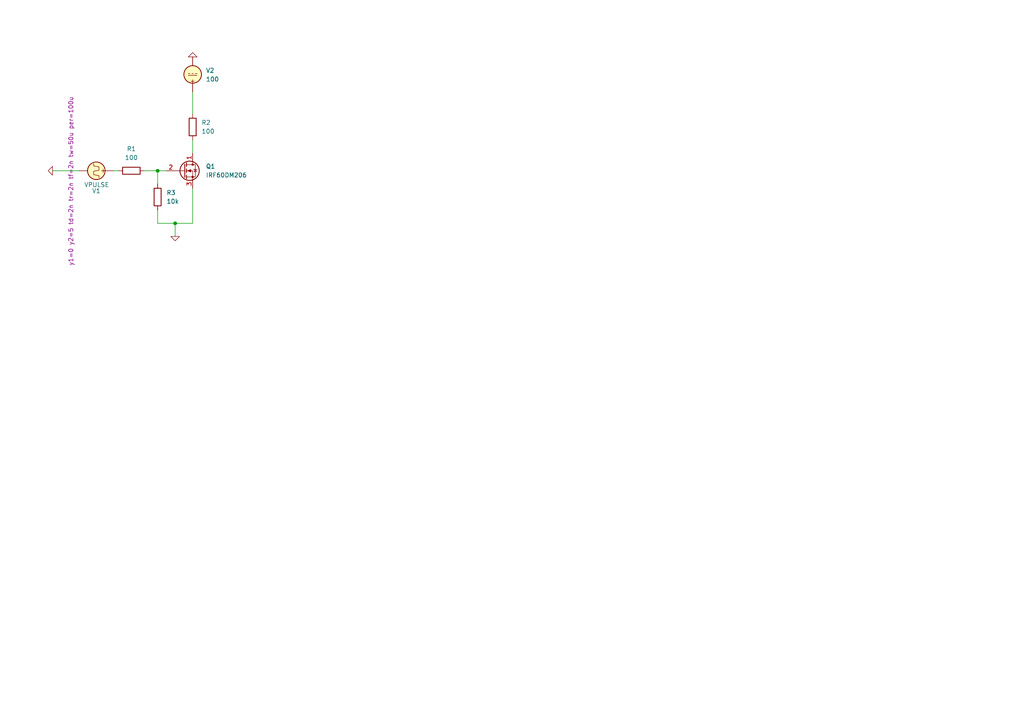
<source format=kicad_sch>
(kicad_sch (version 20231120) (generator "eeschema") (generator_version "8.0")
  (paper "A4")
  (lib_symbols
    (symbol "Device:R" (pin_numbers hide) (pin_names (offset 0))
      (property "Reference" "R" (at 2.032 0 90))
      (property "Value" "R" (at 0 0 90))
      (symbol "R_0_1"
        (rectangle (start -1.016 -2.54) (end 1.016 2.54) (stroke (width 0.254)))
      )
      (symbol "R_1_1"
        (pin passive line (at 0 3.81 270) (length 1.27) (name "~") (number "1"))
        (pin passive line (at 0 -3.81 90) (length 1.27) (name "~") (number "2"))
      )
    )
    (symbol "Simulation_SPICE:0" (power) (pin_numbers hide) (pin_names (offset 0) hide)
      (property "Value" "0" (at 0 -2.54 0))
      (symbol "0_0_1"
        (polyline (pts (xy -1.27 0) (xy 0 -1.27) (xy 1.27 0) (xy -1.27 0)))
      )
      (symbol "0_1_1"
        (pin power_in line (at 0 0 0) (length 0) (name "~") (number "1"))
      )
    )
    (symbol "Simulation_SPICE:VDC" (pin_numbers hide) (pin_names (offset 0.0254))
      (property "Reference" "V" (at 2.54 2.54 0))
      (property "Value" "1" (at 2.54 0 0))
      (symbol "VDC_0_0"
        (polyline (pts (xy -1.27 0.254) (xy 1.27 0.254)))
        (polyline (pts (xy -0.762 -0.254) (xy -1.27 -0.254)))
        (polyline (pts (xy 0.254 -0.254) (xy -0.254 -0.254)))
        (polyline (pts (xy 1.27 -0.254) (xy 0.762 -0.254)))
        (text "+" (at 0 1.905 0) (effects (font (size 1.27 1.27))))
      )
      (symbol "VDC_0_1"
        (circle (center 0 0) (radius 2.54) (stroke (width 0.254)) (fill (type background)))
      )
      (symbol "VDC_1_1"
        (pin passive line (at 0 5.08 270) (length 2.54) (name "~") (number "1"))
        (pin passive line (at 0 -5.08 90) (length 2.54) (name "~") (number "2"))
      )
    )
    (symbol "Simulation_SPICE:VPULSE" (pin_numbers hide) (pin_names (offset 0.0254))
      (property "Reference" "V" (at 2.54 2.54 0))
      (property "Value" "VPULSE" (at 2.54 0 0))
      (property "Sim.Params" "y1=0 y2=1 td=2n tr=2n tf=2n tw=50n per=100n" (at 2.54 -2.54 0))
      (symbol "VPULSE_0_0"
        (polyline (pts (xy -2.032 -0.762) (xy -1.397 -0.762) (xy -1.143 0.762) (xy -0.127 0.762) (xy 0.127 -0.762) (xy 1.143 -0.762) (xy 1.397 0.762) (xy 2.032 0.762)))
        (text "+" (at 0 1.905 0) (effects (font (size 1.27 1.27))))
      )
      (symbol "VPULSE_0_1"
        (circle (center 0 0) (radius 2.54) (stroke (width 0.254)) (fill (type background)))
      )
      (symbol "VPULSE_1_1"
        (pin passive line (at 0 5.08 270) (length 2.54) (name "~") (number "1"))
        (pin passive line (at 0 -5.08 90) (length 2.54) (name "~") (number "2"))
      )
    )
    (symbol "Transistor_FET:IRF60DM206" (pin_names hide)
      (property "Reference" "Q" (at 5.08 1.905 0))
      (property "Value" "IRF60DM206" (at 5.08 0 0))
      (symbol "IRF60DM206_0_1"
        (polyline (pts (xy 0.254 0) (xy -2.54 0)))
        (polyline (pts (xy 0.254 1.905) (xy 0.254 -1.905)) (stroke (width 0.254)))
        (polyline (pts (xy 0.762 -1.27) (xy 0.762 -2.286)) (stroke (width 0.254)))
        (polyline (pts (xy 0.762 0.508) (xy 0.762 -0.508)) (stroke (width 0.254)))
        (polyline (pts (xy 0.762 2.286) (xy 0.762 1.27)) (stroke (width 0.254)))
        (polyline (pts (xy 2.54 2.54) (xy 2.54 1.778)))
        (polyline (pts (xy 2.54 -2.54) (xy 2.54 0) (xy 0.762 0)))
        (polyline (pts (xy 0.762 -1.778) (xy 3.302 -1.778) (xy 3.302 1.778) (xy 0.762 1.778)))
        (polyline (pts (xy 1.016 0) (xy 2.032 0.381) (xy 2.032 -0.381) (xy 1.016 0)) (fill (type outline)))
        (polyline (pts (xy 2.794 0.508) (xy 2.921 0.381) (xy 3.683 0.381) (xy 3.81 0.254)))
        (polyline (pts (xy 3.302 0.381) (xy 2.921 -0.254) (xy 3.683 -0.254) (xy 3.302 0.381)))
        (circle (center 1.651 0) (radius 2.794) (stroke (width 0.254)))
        (circle (center 2.54 -1.778) (radius 0.254) (fill (type outline)))
        (circle (center 2.54 1.778) (radius 0.254) (fill (type outline)))
      )
      (symbol "IRF60DM206_1_1"
        (pin passive line (at 2.54 5.08 270) (length 2.54) (name "D") (number "1"))
        (pin input line (at -5.08 0 0) (length 2.54) (name "G") (number "2"))
        (pin passive line (at 2.54 -5.08 90) (length 2.54) (name "S") (number "3"))
      )
    )
  )
  (junction (at 45.72 49.53))
  (junction (at 50.8 64.77))
  (wire (pts (xy 45.72 53.34) (xy 45.72 49.53)))
  (wire (pts (xy 45.72 60.96) (xy 45.72 64.77)))
  (wire (pts (xy 41.91 49.53) (xy 45.72 49.53)))
  (wire (pts (xy 33.02 49.53) (xy 34.29 49.53)))
  (wire (pts (xy 50.8 64.77) (xy 55.88 64.77)))
  (wire (pts (xy 55.88 40.64) (xy 55.88 44.45)))
  (wire (pts (xy 45.72 64.77) (xy 50.8 64.77)))
  (wire (pts (xy 45.72 49.53) (xy 48.26 49.53)))
  (wire (pts (xy 55.88 54.61) (xy 55.88 64.77)))
  (wire (pts (xy 15.24 49.53) (xy 22.86 49.53)))
  (wire (pts (xy 55.88 26.67) (xy 55.88 33.02)))
  (wire (pts (xy 50.8 64.77) (xy 50.8 68.58)))
  (symbol (lib_id "Simulation_SPICE:0") (at 55.88 16.51 180) (unit 1)
    (property "Reference" "#GND03" (effects (hide yes)))
    (property "Value" "0" (effects (hide yes)))
    (property "Datasheet" "https://ngspice.sourceforge.io/docs/ngspice-html-manual/manual.xhtml#subsec_Circuit_elements__device" (effects (hide yes)))
    (property "Description" "0V reference potential for simulation" (effects (hide yes)))
  )
  (symbol (lib_id "Simulation_SPICE:0") (at 50.8 68.58 0) (unit 1)
    (property "Reference" "#GND01" (effects (hide yes)))
    (property "Value" "0" (effects (hide yes)))
    (property "Datasheet" "https://ngspice.sourceforge.io/docs/ngspice-html-manual/manual.xhtml#subsec_Circuit_elements__device" (effects (hide yes)))
    (property "Description" "0V reference potential for simulation" (effects (hide yes)))
  )
  (symbol (lib_id "Simulation_SPICE:0") (at 15.24 49.53 270) (unit 1)
    (property "Reference" "#GND02" (effects (hide yes)))
    (property "Value" "0" (effects (hide yes)))
    (property "Datasheet" "https://ngspice.sourceforge.io/docs/ngspice-html-manual/manual.xhtml#subsec_Circuit_elements__device" (effects (hide yes)))
    (property "Description" "0V reference potential for simulation" (effects (hide yes)))
  )
  (symbol (lib_id "Simulation_SPICE:VDC") (at 55.88 21.59 180) (unit 1)
    (property "Reference" "V2" (at 59.69 20.4497 0) (effects (justify right)))
    (property "Value" "100" (at 59.69 22.9897 0) (effects (justify right)))
    (property "Datasheet" "https://ngspice.sourceforge.io/docs/ngspice-html-manual/manual.xhtml#sec_Independent_Sources_for" (effects (hide yes)))
    (property "Description" "Voltage source, DC" (effects (hide yes)))
    (property "Sim.Pins" "1=+ 2=-" (effects (hide yes)))
    (property "Sim.Type" "DC" (effects (hide yes)))
    (property "Sim.Device" "V" (effects (hide yes)))
  )
  (symbol (lib_id "Simulation_SPICE:VPULSE") (at 27.94 49.53 270) (unit 1)
    (property "Reference" "V1" (at 26.67 55.372 90) (effects (justify left)))
    (property "Value" "VPULSE" (at 24.384 53.594 90) (effects (justify left)))
    (property "Datasheet" "https://ngspice.sourceforge.io/docs/ngspice-html-manual/manual.xhtml#sec_Independent_Sources_for" (effects (hide yes)))
    (property "Description" "Voltage source, pulse" (effects (hide yes)))
    (property "Sim.Pins" "1=+ 2=-" (effects (hide yes)))
    (property "Sim.Type" "PULSE" (effects (hide yes)))
    (property "Sim.Device" "V" (effects (hide yes)))
    (property "Sim.Params" "y1=0 y2=5 td=2n tr=2n tf=2n tw=50u per=100u" (at 20.574 27.94 0) (effects (justify left)))
  )
  (symbol (lib_id "Device:R") (at 55.88 36.83 180) (unit 1)
    (property "Reference" "R2" (at 58.42 35.5599 0) (effects (justify right)))
    (property "Value" "100" (at 58.42 38.0999 0) (effects (justify right)))
    (property "Description" "Resistor" (effects (hide yes)))
  )
  (symbol (lib_id "Transistor_FET:IRF60DM206") (at 53.34 49.53 0) (unit 1)
    (property "Reference" "Q1" (at 59.69 48.2599 0) (effects (justify left)))
    (property "Value" "IRF60DM206" (at 59.69 50.7999 0) (effects (justify left)))
    (property "Footprint" "Package_DirectFET:DirectFET_ME" (effects (hide yes)))
    (property "Datasheet" "https://www.infineon.com/dgdl/irf60dm206.pdf?fileId=5546d462533600a4015355e433aa19ca" (effects (hide yes)))
    (property "Description" "130A Id, 60V Vds, 2.9mOhm Rds, N-Channel MOSFET, DirectFET ME" (effects (hide yes)))
    (property "Sim.Library" "Library/Infineon-Spice File IRF135B203-SM-v01_00-EN.spi" (effects (hide yes)))
    (property "Sim.Name" "irf135b203" (effects (hide yes)))
    (property "Sim.Device" "SUBCKT" (effects (hide yes)))
    (property "Sim.Pins" "1=1 2=2 3=3" (effects (hide yes)))
  )
  (symbol (lib_id "Device:R") (at 38.1 49.53 90) (unit 1)
    (property "Reference" "R1" (at 38.1 43.18 90))
    (property "Value" "100" (at 38.1 45.72 90))
    (property "Description" "Resistor" (effects (hide yes)))
  )
  (symbol (lib_id "Device:R") (at 45.72 57.15 180) (unit 1)
    (property "Reference" "R3" (at 48.26 55.8799 0) (effects (justify right)))
    (property "Value" "10k" (at 48.26 58.4199 0) (effects (justify right)))
    (property "Description" "Resistor" (effects (hide yes)))
  )
)
</source>
